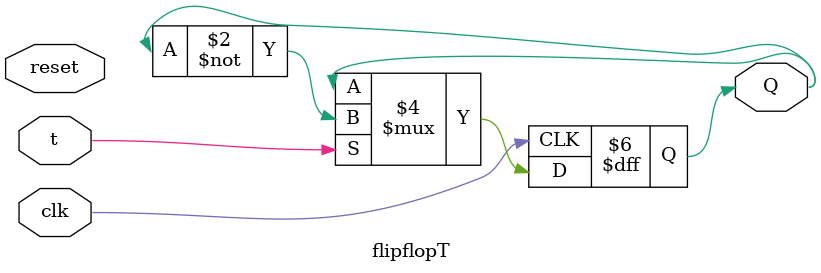
<source format=v>
module flipflopT(clk, t, Q,reset);
	input clk, t,reset;
	output reg Q;
	// Flip Flop do tipo T.
	always@ (posedge clk) begin
		if (reset)
			Q <= 0;
		if(t)
			Q <= ~Q;
		else
			Q <= Q;	
	end
	
	
endmodule 
</source>
